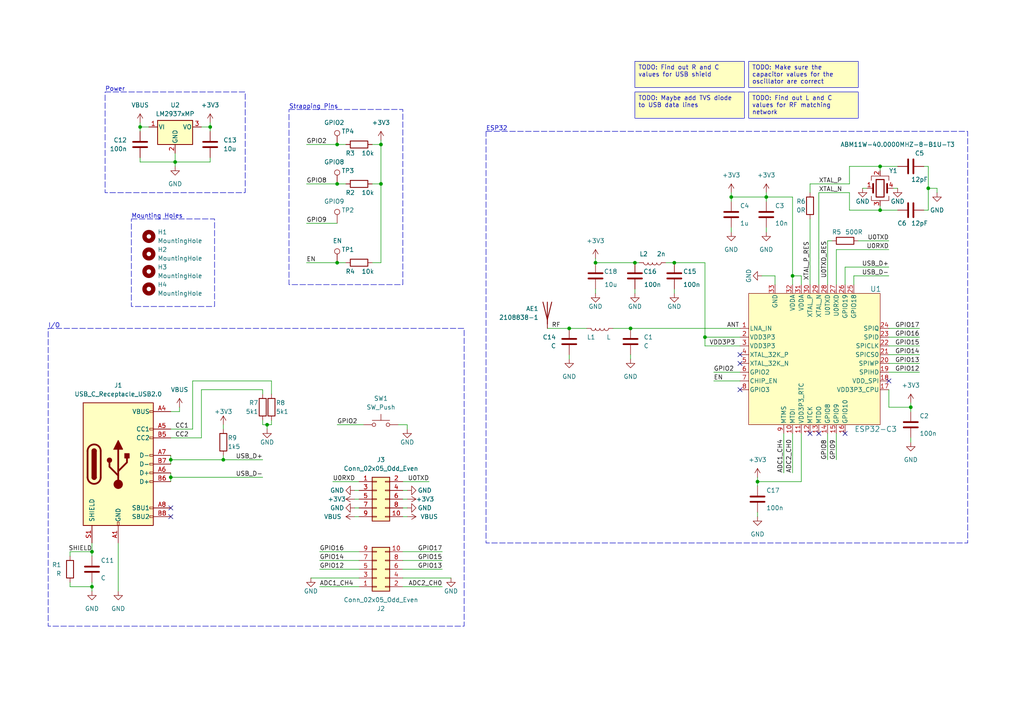
<source format=kicad_sch>
(kicad_sch (version 20230121) (generator eeschema)
  (paper "A4")
  (lib_symbols
    (symbol "Connector:TestPoint" (pin_numbers hide) (pin_names (offset 0.762) hide)
      (property "Reference" "TP" (at 0 6.858 0))
      (property "Value" "TestPoint" (at 0 5.08 0))
      (symbol "TestPoint_0_1"
        (circle (center 0 3.302) (radius 0.762))
      )
      (symbol "TestPoint_1_1"
        (pin passive line (at 0 0 90) (length 2.54) (name "1") (number "1"))
      )
    )
    (symbol "Connector:USB_C_Receptacle_USB2.0" (pin_names (offset 1.016))
      (property "Reference" "J" (at -10.16 19.05 0))
      (property "Value" "USB_C_Receptacle_USB2.0" (at 19.05 19.05 0))
      (symbol "USB_C_Receptacle_USB2.0_0_0"
        (rectangle (start -0.254 -17.78) (end 0.254 -16.764))
        (rectangle (start 10.16 -14.986) (end 9.144 -15.494))
        (rectangle (start 10.16 -12.446) (end 9.144 -12.954))
        (rectangle (start 10.16 -4.826) (end 9.144 -5.334))
        (rectangle (start 10.16 -2.286) (end 9.144 -2.794))
        (rectangle (start 10.16 0.254) (end 9.144 -0.254))
        (rectangle (start 10.16 2.794) (end 9.144 2.286))
        (rectangle (start 10.16 7.874) (end 9.144 7.366))
        (rectangle (start 10.16 10.414) (end 9.144 9.906))
        (rectangle (start 10.16 15.494) (end 9.144 14.986))
      )
      (symbol "USB_C_Receptacle_USB2.0_0_1"
        (rectangle (start -10.16 17.78) (end 10.16 -17.78) (stroke (width 0.254)) (fill (type background)))
        (arc (start -8.89 -3.81) (mid -6.985 -5.7067) (end -5.08 -3.81) (stroke (width 0.508)))
        (arc (start -7.62 -3.81) (mid -6.985 -4.4423) (end -6.35 -3.81) (stroke (width 0.254)))
        (arc (start -7.62 -3.81) (mid -6.985 -4.4423) (end -6.35 -3.81) (stroke (width 0.254)) (fill (type outline)))
        (rectangle (start -7.62 -3.81) (end -6.35 3.81) (stroke (width 0.254)) (fill (type outline)))
        (arc (start -6.35 3.81) (mid -6.985 4.4423) (end -7.62 3.81) (stroke (width 0.254)))
        (arc (start -6.35 3.81) (mid -6.985 4.4423) (end -7.62 3.81) (stroke (width 0.254)) (fill (type outline)))
        (arc (start -5.08 3.81) (mid -6.985 5.7067) (end -8.89 3.81) (stroke (width 0.508)))
        (circle (center -2.54 1.143) (radius 0.635) (stroke (width 0.254)) (fill (type outline)))
        (circle (center 0 -5.842) (radius 1.27) (fill (type outline)))
        (polyline (pts (xy -8.89 -3.81) (xy -8.89 3.81)) (stroke (width 0.508)))
        (polyline (pts (xy -5.08 3.81) (xy -5.08 -3.81)) (stroke (width 0.508)))
        (polyline (pts (xy 0 -5.842) (xy 0 4.318)) (stroke (width 0.508)))
        (polyline (pts (xy 0 -3.302) (xy -2.54 -0.762) (xy -2.54 0.508)) (stroke (width 0.508)))
        (polyline (pts (xy 0 -2.032) (xy 2.54 0.508) (xy 2.54 1.778)) (stroke (width 0.508)))
        (polyline (pts (xy -1.27 4.318) (xy 0 6.858) (xy 1.27 4.318) (xy -1.27 4.318)) (stroke (width 0.254)) (fill (type outline)))
        (rectangle (start 1.905 1.778) (end 3.175 3.048) (stroke (width 0.254)) (fill (type outline)))
      )
      (symbol "USB_C_Receptacle_USB2.0_1_1"
        (pin passive line (at 0 -22.86 90) (length 5.08) (name "GND") (number "A1"))
        (pin passive line (at 0 -22.86 90) (length 5.08) hide (name "GND") (number "A12"))
        (pin passive line (at 15.24 15.24 180) (length 5.08) (name "VBUS") (number "A4"))
        (pin bidirectional line (at 15.24 10.16 180) (length 5.08) (name "CC1") (number "A5"))
        (pin bidirectional line (at 15.24 -2.54 180) (length 5.08) (name "D+") (number "A6"))
        (pin bidirectional line (at 15.24 2.54 180) (length 5.08) (name "D-") (number "A7"))
        (pin bidirectional line (at 15.24 -12.7 180) (length 5.08) (name "SBU1") (number "A8"))
        (pin passive line (at 15.24 15.24 180) (length 5.08) hide (name "VBUS") (number "A9"))
        (pin passive line (at 0 -22.86 90) (length 5.08) hide (name "GND") (number "B1"))
        (pin passive line (at 0 -22.86 90) (length 5.08) hide (name "GND") (number "B12"))
        (pin passive line (at 15.24 15.24 180) (length 5.08) hide (name "VBUS") (number "B4"))
        (pin bidirectional line (at 15.24 7.62 180) (length 5.08) (name "CC2") (number "B5"))
        (pin bidirectional line (at 15.24 -5.08 180) (length 5.08) (name "D+") (number "B6"))
        (pin bidirectional line (at 15.24 0 180) (length 5.08) (name "D-") (number "B7"))
        (pin bidirectional line (at 15.24 -15.24 180) (length 5.08) (name "SBU2") (number "B8"))
        (pin passive line (at 15.24 15.24 180) (length 5.08) hide (name "VBUS") (number "B9"))
        (pin passive line (at -7.62 -22.86 90) (length 5.08) (name "SHIELD") (number "S1"))
      )
    )
    (symbol "Connector_Generic:Conn_02x05_Odd_Even" (pin_names (offset 1.016) hide)
      (property "Reference" "J" (at 1.27 7.62 0))
      (property "Value" "Conn_02x05_Odd_Even" (at 1.27 -7.62 0))
      (symbol "Conn_02x05_Odd_Even_1_1"
        (rectangle (start -1.27 -4.953) (end 0 -5.207) (stroke (width 0.1524)))
        (rectangle (start -1.27 -2.413) (end 0 -2.667) (stroke (width 0.1524)))
        (rectangle (start -1.27 0.127) (end 0 -0.127) (stroke (width 0.1524)))
        (rectangle (start -1.27 2.667) (end 0 2.413) (stroke (width 0.1524)))
        (rectangle (start -1.27 5.207) (end 0 4.953) (stroke (width 0.1524)))
        (rectangle (start -1.27 6.35) (end 3.81 -6.35) (stroke (width 0.254)) (fill (type background)))
        (rectangle (start 3.81 -4.953) (end 2.54 -5.207) (stroke (width 0.1524)))
        (rectangle (start 3.81 -2.413) (end 2.54 -2.667) (stroke (width 0.1524)))
        (rectangle (start 3.81 0.127) (end 2.54 -0.127) (stroke (width 0.1524)))
        (rectangle (start 3.81 2.667) (end 2.54 2.413) (stroke (width 0.1524)))
        (rectangle (start 3.81 5.207) (end 2.54 4.953) (stroke (width 0.1524)))
        (pin passive line (at -5.08 5.08 0) (length 3.81) (name "Pin_1") (number "1"))
        (pin passive line (at 7.62 -5.08 180) (length 3.81) (name "Pin_10") (number "10"))
        (pin passive line (at 7.62 5.08 180) (length 3.81) (name "Pin_2") (number "2"))
        (pin passive line (at -5.08 2.54 0) (length 3.81) (name "Pin_3") (number "3"))
        (pin passive line (at 7.62 2.54 180) (length 3.81) (name "Pin_4") (number "4"))
        (pin passive line (at -5.08 0 0) (length 3.81) (name "Pin_5") (number "5"))
        (pin passive line (at 7.62 0 180) (length 3.81) (name "Pin_6") (number "6"))
        (pin passive line (at -5.08 -2.54 0) (length 3.81) (name "Pin_7") (number "7"))
        (pin passive line (at 7.62 -2.54 180) (length 3.81) (name "Pin_8") (number "8"))
        (pin passive line (at -5.08 -5.08 0) (length 3.81) (name "Pin_9") (number "9"))
      )
    )
    (symbol "Device:Antenna" (pin_numbers hide) (pin_names (offset 1.016) hide)
      (property "Reference" "AE" (at -1.905 1.905 0))
      (property "Value" "Antenna" (at -1.905 0 0))
      (symbol "Antenna_0_1"
        (polyline (pts (xy 0 2.54) (xy 0 -3.81)) (stroke (width 0.254)))
        (polyline (pts (xy 1.27 2.54) (xy 0 -2.54) (xy -1.27 2.54)) (stroke (width 0.254)))
      )
      (symbol "Antenna_1_1"
        (pin input line (at 0 -5.08 90) (length 2.54) (name "A") (number "1"))
      )
    )
    (symbol "Device:C" (pin_numbers hide) (pin_names (offset 0.254))
      (property "Reference" "C" (at 0.635 2.54 0))
      (property "Value" "C" (at 0.635 -2.54 0))
      (symbol "C_0_1"
        (polyline (pts (xy -2.032 -0.762) (xy 2.032 -0.762)) (stroke (width 0.508)))
        (polyline (pts (xy -2.032 0.762) (xy 2.032 0.762)) (stroke (width 0.508)))
      )
      (symbol "C_1_1"
        (pin passive line (at 0 3.81 270) (length 2.794) (name "~") (number "1"))
        (pin passive line (at 0 -3.81 90) (length 2.794) (name "~") (number "2"))
      )
    )
    (symbol "Device:Crystal_GND23" (pin_names (offset 1.016) hide)
      (property "Reference" "Y" (at 3.175 5.08 0))
      (property "Value" "Crystal_GND23" (at 3.175 3.175 0))
      (symbol "Crystal_GND23_0_1"
        (rectangle (start -1.143 2.54) (end 1.143 -2.54) (stroke (width 0.3048)))
        (polyline (pts (xy -2.54 0) (xy -2.032 0)))
        (polyline (pts (xy -2.032 -1.27) (xy -2.032 1.27)) (stroke (width 0.508)))
        (polyline (pts (xy 0 -3.81) (xy 0 -3.556)))
        (polyline (pts (xy 0 3.556) (xy 0 3.81)))
        (polyline (pts (xy 2.032 -1.27) (xy 2.032 1.27)) (stroke (width 0.508)))
        (polyline (pts (xy 2.032 0) (xy 2.54 0)))
        (polyline (pts (xy -2.54 -2.286) (xy -2.54 -3.556) (xy 2.54 -3.556) (xy 2.54 -2.286)))
        (polyline (pts (xy -2.54 2.286) (xy -2.54 3.556) (xy 2.54 3.556) (xy 2.54 2.286)))
      )
      (symbol "Crystal_GND23_1_1"
        (pin passive line (at -3.81 0 0) (length 1.27) (name "1") (number "1"))
        (pin passive line (at 0 5.08 270) (length 1.27) (name "2") (number "2"))
        (pin passive line (at 0 -5.08 90) (length 1.27) (name "3") (number "3"))
        (pin passive line (at 3.81 0 180) (length 1.27) (name "4") (number "4"))
      )
    )
    (symbol "Device:L" (pin_numbers hide) (pin_names (offset 1.016) hide)
      (property "Reference" "L" (at -1.27 0 90))
      (property "Value" "L" (at 1.905 0 90))
      (symbol "L_0_1"
        (arc (start 0 -2.54) (mid 0.6323 -1.905) (end 0 -1.27))
        (arc (start 0 -1.27) (mid 0.6323 -0.635) (end 0 0))
        (arc (start 0 0) (mid 0.6323 0.635) (end 0 1.27))
        (arc (start 0 1.27) (mid 0.6323 1.905) (end 0 2.54))
      )
      (symbol "L_1_1"
        (pin passive line (at 0 3.81 270) (length 1.27) (name "1") (number "1"))
        (pin passive line (at 0 -3.81 90) (length 1.27) (name "2") (number "2"))
      )
    )
    (symbol "Device:R" (pin_numbers hide) (pin_names (offset 0))
      (property "Reference" "R" (at 2.032 0 90))
      (property "Value" "R" (at 0 0 90))
      (symbol "R_0_1"
        (rectangle (start -1.016 -2.54) (end 1.016 2.54) (stroke (width 0.254)))
      )
      (symbol "R_1_1"
        (pin passive line (at 0 3.81 270) (length 1.27) (name "~") (number "1"))
        (pin passive line (at 0 -3.81 90) (length 1.27) (name "~") (number "2"))
      )
    )
    (symbol "Mechanical:MountingHole" (pin_names (offset 1.016))
      (property "Reference" "H" (at 0 5.08 0))
      (property "Value" "MountingHole" (at 0 3.175 0))
      (symbol "MountingHole_0_1"
        (circle (center 0 0) (radius 1.27) (stroke (width 1.27)))
      )
    )
    (symbol "Regulator_Linear:LM2937xMP" (pin_names (offset 0.254))
      (property "Reference" "U" (at -3.81 3.175 0))
      (property "Value" "LM2937xMP" (at 0 3.175 0))
      (symbol "LM2937xMP_0_1"
        (rectangle (start -5.08 -5.08) (end 5.08 1.905) (stroke (width 0.254)) (fill (type background)))
      )
      (symbol "LM2937xMP_1_1"
        (pin power_in line (at -7.62 0 0) (length 2.54) (name "VI") (number "1"))
        (pin power_in line (at 0 -7.62 90) (length 2.54) (name "GND") (number "2"))
        (pin power_out line (at 7.62 0 180) (length 2.54) (name "VO") (number "3"))
      )
    )
    (symbol "Switch:SW_Push" (pin_numbers hide) (pin_names (offset 1.016) hide)
      (property "Reference" "SW" (at 1.27 2.54 0))
      (property "Value" "SW_Push" (at 0 -1.524 0))
      (symbol "SW_Push_0_1"
        (circle (center -2.032 0) (radius 0.508))
        (polyline (pts (xy 0 1.27) (xy 0 3.048)))
        (polyline (pts (xy 2.54 1.27) (xy -2.54 1.27)))
        (circle (center 2.032 0) (radius 0.508))
        (pin passive line (at -5.08 0 0) (length 2.54) (name "1") (number "1"))
        (pin passive line (at 5.08 0 180) (length 2.54) (name "2") (number "2"))
      )
    )
    (symbol "encyclopedia_galactica:ESP32-C3" (pin_names (offset 0.254))
      (property "Reference" "U" (at 0 43.18 0))
      (property "Value" "ESP32-C3" (at 0 40.64 0))
      (symbol "ESP32-C3_0_1"
        (pin bidirectional line (at -21.59 8.89 0) (length 2.54) (name "LNA_IN") (number "1"))
        (pin bidirectional line (at -6.35 -21.59 90) (length 2.54) (name "MTDI") (number "10"))
        (pin power_in line (at -3.81 -21.59 90) (length 2.54) (name "VDD3P3_RTC") (number "11"))
        (pin bidirectional line (at -1.27 -21.59 90) (length 2.54) (name "MTCK") (number "12"))
        (pin bidirectional line (at 1.27 -21.59 90) (length 2.54) (name "MTDO") (number "13"))
        (pin bidirectional line (at 3.81 -21.59 90) (length 2.54) (name "GPIO8") (number "14"))
        (pin bidirectional line (at 6.35 -21.59 90) (length 2.54) (name "GPIO9") (number "15"))
        (pin bidirectional line (at 8.89 -21.59 90) (length 2.54) (name "GPIO10") (number "16"))
        (pin power_in line (at 21.59 -8.89 180) (length 2.54) (name "VDD3P3_CPU") (number "17"))
        (pin power_in line (at 21.59 -6.35 180) (length 2.54) (name "VDD_SPI") (number "18"))
        (pin bidirectional line (at 21.59 -3.81 180) (length 2.54) (name "SPIHD") (number "19"))
        (pin power_in line (at -21.59 6.35 0) (length 2.54) (name "VDD3P3") (number "2"))
        (pin bidirectional line (at 21.59 -1.27 180) (length 2.54) (name "SPIWP") (number "20"))
        (pin bidirectional line (at 21.59 1.27 180) (length 2.54) (name "SPICS0") (number "21"))
        (pin bidirectional line (at 21.59 3.81 180) (length 2.54) (name "SPICLK") (number "22"))
        (pin bidirectional line (at 21.59 6.35 180) (length 2.54) (name "SPID") (number "23"))
        (pin bidirectional line (at 21.59 8.89 180) (length 2.54) (name "SPIQ") (number "24"))
        (pin bidirectional line (at 11.43 21.59 270) (length 2.54) (name "GPIO18") (number "25"))
        (pin bidirectional line (at 8.89 21.59 270) (length 2.54) (name "GPIO19") (number "26"))
        (pin bidirectional line (at 6.35 21.59 270) (length 2.54) (name "U0RXD") (number "27"))
        (pin bidirectional line (at 3.81 21.59 270) (length 2.54) (name "U0TXD") (number "28"))
        (pin output line (at 1.27 21.59 270) (length 2.54) (name "XTAL_N") (number "29"))
        (pin power_in line (at -21.59 3.81 0) (length 2.54) (name "VDD3P3") (number "3"))
        (pin input line (at -1.27 21.59 270) (length 2.54) (name "XTAL_P") (number "30"))
        (pin power_in line (at -3.81 21.59 270) (length 2.54) (name "VDDA") (number "31"))
        (pin power_in line (at -6.35 21.59 270) (length 2.54) (name "VDDA") (number "32"))
        (pin power_out line (at -11.43 21.59 270) (length 2.54) (name "GND") (number "33"))
        (pin bidirectional line (at -21.59 1.27 0) (length 2.54) (name "XTAL_32K_P") (number "4"))
        (pin bidirectional line (at -21.59 -1.27 0) (length 2.54) (name "XTAL_32K_N") (number "5"))
        (pin bidirectional line (at -21.59 -3.81 0) (length 2.54) (name "GPIO2") (number "6"))
        (pin input line (at -21.59 -6.35 0) (length 2.54) (name "CHIP_EN") (number "7"))
        (pin bidirectional line (at -21.59 -8.89 0) (length 2.54) (name "GPIO3") (number "8"))
        (pin bidirectional line (at -8.89 -21.59 90) (length 2.54) (name "MTMS") (number "9"))
      )
      (symbol "ESP32-C3_1_1"
        (rectangle (start -19.05 19.05) (end 19.05 -19.05) (fill (type background)))
      )
    )
    (symbol "power:+3V3" (power) (pin_names (offset 0))
      (property "Value" "+3V3" (at 0 3.556 0))
      (symbol "+3V3_0_1"
        (polyline (pts (xy -0.762 1.27) (xy 0 2.54)))
        (polyline (pts (xy 0 0) (xy 0 2.54)))
        (polyline (pts (xy 0 2.54) (xy 0.762 1.27)))
      )
      (symbol "+3V3_1_1"
        (pin power_in line (at 0 0 90) (length 0) hide (name "+3V3") (number "1"))
      )
    )
    (symbol "power:GND" (power) (pin_names (offset 0))
      (property "Value" "GND" (at 0 -3.81 0))
      (symbol "GND_0_1"
        (polyline (pts (xy 0 0) (xy 0 -1.27) (xy 1.27 -1.27) (xy 0 -2.54) (xy -1.27 -1.27) (xy 0 -1.27)))
      )
      (symbol "GND_1_1"
        (pin power_in line (at 0 0 270) (length 0) hide (name "GND") (number "1"))
      )
    )
    (symbol "power:VBUS" (power) (pin_names (offset 0))
      (property "Value" "VBUS" (at 0 3.81 0))
      (symbol "VBUS_0_1"
        (polyline (pts (xy -0.762 1.27) (xy 0 2.54)))
        (polyline (pts (xy 0 0) (xy 0 2.54)))
        (polyline (pts (xy 0 2.54) (xy 0.762 1.27)))
      )
      (symbol "VBUS_1_1"
        (pin power_in line (at 0 0 90) (length 0) hide (name "VBUS") (number "1"))
      )
    )
  )
  (junction (at 50.8 46.99))
  (junction (at 182.88 95.25))
  (junction (at 229.87 80.01))
  (junction (at 172.72 76.2))
  (junction (at 97.79 53.34))
  (junction (at 110.49 41.91))
  (junction (at 212.09 57.15))
  (junction (at 184.15 76.2))
  (junction (at 26.67 160.02))
  (junction (at 219.71 139.7))
  (junction (at 222.25 57.15))
  (junction (at 77.47 123.19))
  (junction (at 97.79 41.91))
  (junction (at 64.77 133.35))
  (junction (at 49.53 138.43))
  (junction (at 97.79 76.2))
  (junction (at 195.58 76.2))
  (junction (at 264.16 118.11))
  (junction (at 269.24 54.61))
  (junction (at 110.49 53.34))
  (junction (at 40.64 36.83))
  (junction (at 255.27 48.26))
  (junction (at 26.67 170.18))
  (junction (at 204.47 97.79))
  (junction (at 49.53 133.35))
  (junction (at 165.1 95.25))
  (junction (at 255.27 60.96))
  (junction (at 60.96 36.83))
  (no_connect (at 245.11 125.73))
  (no_connect (at 214.63 113.03))
  (no_connect (at 214.63 102.87))
  (no_connect (at 49.53 147.32))
  (no_connect (at 234.95 125.73))
  (no_connect (at 257.81 110.49))
  (no_connect (at 49.53 149.86))
  (no_connect (at 237.49 125.73))
  (no_connect (at 214.63 105.41))
  (wire (pts (xy 49.53 133.35) (xy 64.77 133.35)))
  (wire (pts (xy 49.53 137.16) (xy 49.53 138.43)))
  (wire (pts (xy 257.81 95.25) (xy 266.7 95.25)))
  (wire (pts (xy 240.03 69.85) (xy 240.03 82.55)))
  (wire (pts (xy 97.79 41.91) (xy 88.9 41.91)))
  (wire (pts (xy 207.01 107.95) (xy 214.63 107.95)))
  (wire (pts (xy 49.53 138.43) (xy 76.2 138.43)))
  (wire (pts (xy 271.78 54.61) (xy 269.24 54.61)))
  (wire (pts (xy 20.32 161.29) (xy 20.32 160.02)))
  (wire (pts (xy 124.46 139.7) (xy 116.84 139.7)))
  (wire (pts (xy 222.25 66.04) (xy 222.25 67.31)))
  (wire (pts (xy 257.81 100.33) (xy 266.7 100.33)))
  (wire (pts (xy 172.72 76.2) (xy 184.15 76.2)))
  (wire (pts (xy 115.57 123.19) (xy 118.11 123.19)))
  (wire (pts (xy 26.67 157.48) (xy 26.67 160.02)))
  (wire (pts (xy 234.95 53.34) (xy 246.38 53.34)))
  (wire (pts (xy 257.81 97.79) (xy 266.7 97.79)))
  (wire (pts (xy 100.33 41.91) (xy 97.79 41.91)))
  (wire (pts (xy 49.53 132.08) (xy 49.53 133.35)))
  (wire (pts (xy 257.81 72.39) (xy 242.57 72.39)))
  (wire (pts (xy 229.87 57.15) (xy 229.87 80.01)))
  (wire (pts (xy 255.27 48.26) (xy 255.27 49.53)))
  (wire (pts (xy 257.81 118.11) (xy 257.81 113.03)))
  (wire (pts (xy 246.38 60.96) (xy 246.38 55.88)))
  (wire (pts (xy 245.11 77.47) (xy 245.11 82.55)))
  (wire (pts (xy 116.84 162.56) (xy 128.27 162.56)))
  (wire (pts (xy 34.29 157.48) (xy 34.29 171.45)))
  (wire (pts (xy 52.07 119.38) (xy 52.07 118.11)))
  (wire (pts (xy 49.53 138.43) (xy 49.53 139.7)))
  (wire (pts (xy 49.53 124.46) (xy 55.88 124.46)))
  (wire (pts (xy 251.46 54.61) (xy 250.19 54.61)))
  (wire (pts (xy 184.15 83.82) (xy 184.15 85.09)))
  (wire (pts (xy 237.49 55.88) (xy 237.49 82.55)))
  (wire (pts (xy 96.52 139.7) (xy 104.14 139.7)))
  (wire (pts (xy 78.74 121.92) (xy 78.74 123.19)))
  (wire (pts (xy 102.87 144.78) (xy 104.14 144.78)))
  (wire (pts (xy 64.77 132.08) (xy 64.77 133.35)))
  (wire (pts (xy 182.88 95.25) (xy 214.63 95.25)))
  (wire (pts (xy 76.2 113.03) (xy 76.2 114.3)))
  (wire (pts (xy 219.71 139.7) (xy 219.71 138.43)))
  (wire (pts (xy 116.84 165.1) (xy 128.27 165.1)))
  (wire (pts (xy 26.67 170.18) (xy 26.67 168.91)))
  (wire (pts (xy 264.16 116.84) (xy 264.16 118.11)))
  (wire (pts (xy 116.84 170.18) (xy 128.27 170.18)))
  (wire (pts (xy 172.72 83.82) (xy 172.72 85.09)))
  (wire (pts (xy 247.65 80.01) (xy 257.81 80.01)))
  (wire (pts (xy 60.96 45.72) (xy 60.96 46.99)))
  (wire (pts (xy 50.8 46.99) (xy 50.8 44.45)))
  (wire (pts (xy 64.77 133.35) (xy 76.2 133.35)))
  (wire (pts (xy 97.79 53.34) (xy 88.9 53.34)))
  (wire (pts (xy 229.87 125.73) (xy 229.87 137.16)))
  (wire (pts (xy 257.81 118.11) (xy 264.16 118.11)))
  (wire (pts (xy 212.09 55.88) (xy 212.09 57.15)))
  (wire (pts (xy 97.79 64.77) (xy 88.9 64.77)))
  (wire (pts (xy 229.87 80.01) (xy 232.41 80.01)))
  (wire (pts (xy 246.38 48.26) (xy 246.38 53.34)))
  (wire (pts (xy 237.49 55.88) (xy 246.38 55.88)))
  (wire (pts (xy 195.58 83.82) (xy 195.58 85.09)))
  (wire (pts (xy 102.87 149.86) (xy 104.14 149.86)))
  (wire (pts (xy 165.1 95.25) (xy 170.18 95.25)))
  (wire (pts (xy 260.35 60.96) (xy 255.27 60.96)))
  (wire (pts (xy 118.11 123.19) (xy 118.11 124.46)))
  (wire (pts (xy 110.49 76.2) (xy 107.95 76.2)))
  (wire (pts (xy 267.97 60.96) (xy 269.24 60.96)))
  (wire (pts (xy 207.01 110.49) (xy 214.63 110.49)))
  (wire (pts (xy 92.71 160.02) (xy 104.14 160.02)))
  (wire (pts (xy 116.84 149.86) (xy 118.11 149.86)))
  (wire (pts (xy 90.17 167.64) (xy 104.14 167.64)))
  (wire (pts (xy 234.95 63.5) (xy 234.95 82.55)))
  (wire (pts (xy 264.16 127) (xy 264.16 128.27)))
  (wire (pts (xy 97.79 123.19) (xy 105.41 123.19)))
  (wire (pts (xy 204.47 76.2) (xy 195.58 76.2)))
  (wire (pts (xy 97.79 76.2) (xy 88.9 76.2)))
  (wire (pts (xy 247.65 80.01) (xy 247.65 82.55)))
  (wire (pts (xy 26.67 170.18) (xy 26.67 171.45)))
  (wire (pts (xy 269.24 48.26) (xy 267.97 48.26)))
  (wire (pts (xy 78.74 110.49) (xy 78.74 114.3)))
  (wire (pts (xy 64.77 123.19) (xy 64.77 124.46)))
  (wire (pts (xy 234.95 53.34) (xy 234.95 55.88)))
  (wire (pts (xy 102.87 147.32) (xy 104.14 147.32)))
  (wire (pts (xy 49.53 133.35) (xy 49.53 134.62)))
  (wire (pts (xy 77.47 123.19) (xy 77.47 124.46)))
  (wire (pts (xy 255.27 60.96) (xy 255.27 59.69)))
  (wire (pts (xy 227.33 125.73) (xy 227.33 137.16)))
  (wire (pts (xy 110.49 53.34) (xy 107.95 53.34)))
  (wire (pts (xy 212.09 57.15) (xy 222.25 57.15)))
  (wire (pts (xy 130.81 167.64) (xy 116.84 167.64)))
  (wire (pts (xy 193.04 76.2) (xy 195.58 76.2)))
  (wire (pts (xy 60.96 36.83) (xy 60.96 38.1)))
  (wire (pts (xy 242.57 125.73) (xy 242.57 133.35)))
  (wire (pts (xy 55.88 124.46) (xy 55.88 110.49)))
  (wire (pts (xy 219.71 139.7) (xy 232.41 139.7)))
  (wire (pts (xy 116.84 142.24) (xy 118.11 142.24)))
  (wire (pts (xy 40.64 46.99) (xy 50.8 46.99)))
  (wire (pts (xy 257.81 105.41) (xy 266.7 105.41)))
  (wire (pts (xy 219.71 148.59) (xy 219.71 149.86)))
  (wire (pts (xy 55.88 110.49) (xy 78.74 110.49)))
  (wire (pts (xy 177.8 95.25) (xy 182.88 95.25)))
  (wire (pts (xy 60.96 35.56) (xy 60.96 36.83)))
  (wire (pts (xy 182.88 102.87) (xy 182.88 104.14)))
  (wire (pts (xy 116.84 144.78) (xy 118.11 144.78)))
  (wire (pts (xy 97.79 53.34) (xy 100.33 53.34)))
  (wire (pts (xy 20.32 170.18) (xy 26.67 170.18)))
  (wire (pts (xy 248.92 69.85) (xy 257.81 69.85)))
  (wire (pts (xy 264.16 118.11) (xy 264.16 119.38)))
  (wire (pts (xy 240.03 125.73) (xy 240.03 133.35)))
  (wire (pts (xy 92.71 162.56) (xy 104.14 162.56)))
  (wire (pts (xy 58.42 36.83) (xy 60.96 36.83)))
  (wire (pts (xy 20.32 168.91) (xy 20.32 170.18)))
  (wire (pts (xy 116.84 160.02) (xy 128.27 160.02)))
  (wire (pts (xy 222.25 57.15) (xy 229.87 57.15)))
  (wire (pts (xy 102.87 142.24) (xy 104.14 142.24)))
  (wire (pts (xy 269.24 60.96) (xy 269.24 54.61)))
  (wire (pts (xy 20.32 160.02) (xy 26.67 160.02)))
  (wire (pts (xy 204.47 100.33) (xy 204.47 97.79)))
  (wire (pts (xy 110.49 41.91) (xy 110.49 53.34)))
  (wire (pts (xy 49.53 127) (xy 58.42 127)))
  (wire (pts (xy 184.15 76.2) (xy 185.42 76.2)))
  (wire (pts (xy 76.2 121.92) (xy 76.2 123.19)))
  (wire (pts (xy 40.64 35.56) (xy 40.64 36.83)))
  (wire (pts (xy 257.81 77.47) (xy 245.11 77.47)))
  (wire (pts (xy 165.1 102.87) (xy 165.1 104.14)))
  (wire (pts (xy 257.81 102.87) (xy 266.7 102.87)))
  (wire (pts (xy 269.24 54.61) (xy 269.24 48.26)))
  (wire (pts (xy 26.67 160.02) (xy 26.67 161.29)))
  (wire (pts (xy 49.53 119.38) (xy 52.07 119.38)))
  (wire (pts (xy 222.25 55.88) (xy 222.25 57.15)))
  (wire (pts (xy 110.49 40.64) (xy 110.49 41.91)))
  (wire (pts (xy 232.41 80.01) (xy 232.41 82.55)))
  (wire (pts (xy 50.8 46.99) (xy 50.8 48.26)))
  (wire (pts (xy 246.38 60.96) (xy 255.27 60.96)))
  (wire (pts (xy 212.09 66.04) (xy 212.09 67.31)))
  (wire (pts (xy 110.49 41.91) (xy 107.95 41.91)))
  (wire (pts (xy 229.87 80.01) (xy 229.87 82.55)))
  (wire (pts (xy 219.71 140.97) (xy 219.71 139.7)))
  (wire (pts (xy 77.47 123.19) (xy 78.74 123.19)))
  (wire (pts (xy 222.25 57.15) (xy 222.25 58.42)))
  (wire (pts (xy 255.27 48.26) (xy 246.38 48.26)))
  (wire (pts (xy 271.78 55.88) (xy 271.78 54.61)))
  (wire (pts (xy 92.71 165.1) (xy 104.14 165.1)))
  (wire (pts (xy 260.35 48.26) (xy 255.27 48.26)))
  (wire (pts (xy 257.81 107.95) (xy 266.7 107.95)))
  (wire (pts (xy 100.33 76.2) (xy 97.79 76.2)))
  (wire (pts (xy 110.49 53.34) (xy 110.49 76.2)))
  (wire (pts (xy 76.2 123.19) (xy 77.47 123.19)))
  (wire (pts (xy 204.47 97.79) (xy 204.47 76.2)))
  (wire (pts (xy 116.84 147.32) (xy 118.11 147.32)))
  (wire (pts (xy 158.75 95.25) (xy 165.1 95.25)))
  (wire (pts (xy 50.8 46.99) (xy 60.96 46.99)))
  (wire (pts (xy 40.64 36.83) (xy 40.64 38.1)))
  (wire (pts (xy 58.42 127) (xy 58.42 113.03)))
  (wire (pts (xy 242.57 72.39) (xy 242.57 82.55)))
  (wire (pts (xy 92.71 170.18) (xy 104.14 170.18)))
  (wire (pts (xy 260.35 54.61) (xy 259.08 54.61)))
  (wire (pts (xy 40.64 45.72) (xy 40.64 46.99)))
  (wire (pts (xy 58.42 113.03) (xy 76.2 113.03)))
  (wire (pts (xy 204.47 97.79) (xy 214.63 97.79)))
  (wire (pts (xy 240.03 69.85) (xy 241.3 69.85)))
  (wire (pts (xy 214.63 100.33) (xy 204.47 100.33)))
  (wire (pts (xy 224.79 80.01) (xy 224.79 82.55)))
  (wire (pts (xy 172.72 74.93) (xy 172.72 76.2)))
  (wire (pts (xy 212.09 57.15) (xy 212.09 58.42)))
  (wire (pts (xy 232.41 125.73) (xy 232.41 139.7)))
  (wire (pts (xy 220.98 80.01) (xy 224.79 80.01)))
  (wire (pts (xy 40.64 36.83) (xy 43.18 36.83)))
  (rectangle (start 30.48 26.67) (end 71.12 55.88) (stroke (width 0) (type dash)))
  (rectangle (start 38.1 63.5) (end 62.23 88.9) (stroke (width 0) (type dash)))
  (rectangle (start 83.82 31.75) (end 116.84 82.55) (stroke (width 0) (type dash)))
  (rectangle (start 13.97 95.25) (end 134.62 181.61) (stroke (width 0) (type dash)))
  (rectangle (start 140.97 38.1) (end 280.67 157.48) (stroke (width 0) (type dash)))
  (text_box "TODO: Find out L and C values for RF matching network" (at 217.17 26.67 0) (size 31.75 7.62) (fill (type color) (color 255 255 194 1)) (effects (font (size 1.27 1.27)) (justify left top)))
  (text_box "TODO: Maybe add TVS diode to USB data lines" (at 184.15 26.67 0) (size 31.75 7.62) (fill (type color) (color 255 255 194 1)) (effects (font (size 1.27 1.27)) (justify left top)))
  (text_box "TODO: Find out R and C values for USB shield" (at 184.15 17.78 0) (size 31.75 7.62) (fill (type color) (color 255 255 194 1)) (effects (font (size 1.27 1.27)) (justify left top)))
  (text_box "TODO: Make sure the capacitor values for the oscillator are correct" (at 217.17 17.78 0) (size 31.75 7.62) (fill (type color) (color 255 255 194 1)) (effects (font (size 1.27 1.27)) (justify left top)))
  (text "ESP32" (at 140.97 38.1 0) (effects (font (size 1.27 1.27)) (justify left bottom)))
  (text "I/O" (at 13.97 95.25 0) (effects (font (size 1.27 1.27)) (justify left bottom)))
  (text "Mounting Holes" (at 38.1 63.5 0) (effects (font (size 1.27 1.27)) (justify left bottom)))
  (text "Power" (at 30.48 26.67 0) (effects (font (size 1.27 1.27)) (justify left bottom)))
  (text "Strapping Pins" (at 83.82 31.75 0) (effects (font (size 1.27 1.27)) (justify left bottom)))
  (label "ADC1_CH4" (at 227.33 137.16 90))
  (label "U0RXD" (at 96.52 139.7 0))
  (label "GPIO2" (at 97.79 123.19 0))
  (label "USB_D-" (at 76.2 138.43 180))
  (label "GPIO12" (at 92.71 165.1 0))
  (label "EN" (at 207.01 110.49 0))
  (label "GPIO16" (at 92.71 160.02 0))
  (label "GPIO13" (at 128.27 165.1 180))
  (label "USB_D+" (at 76.2 133.35 180))
  (label "SHIELD" (at 26.67 160.02 180))
  (label "ADC1_CH4" (at 92.71 170.18 0))
  (label "USB_D+" (at 257.81 77.47 180))
  (label "GPIO2" (at 88.9 41.91 0))
  (label "GPIO14" (at 266.7 102.87 180))
  (label "GPIO9" (at 242.57 133.35 90))
  (label "GPIO17" (at 266.7 95.25 180))
  (label "GPIO14" (at 92.71 162.56 0))
  (label "U0TXD" (at 124.46 139.7 180))
  (label "ADC2_CH0" (at 229.87 137.16 90))
  (label "U0RXD" (at 257.81 72.39 180))
  (label "VDD3P3" (at 205.74 100.33 0))
  (label "ANT" (at 210.82 95.25 0))
  (label "CC1" (at 50.8 124.46 0))
  (label "USB_D-" (at 257.81 80.01 180))
  (label "GPIO12" (at 266.7 107.95 180))
  (label "XTAL_P" (at 237.49 53.34 0))
  (label "U0TXD" (at 257.81 69.85 180))
  (label "GPIO9" (at 88.9 64.77 0))
  (label "XTAL_P_RES" (at 234.95 81.28 90))
  (label "GPIO15" (at 128.27 162.56 180))
  (label "XTAL_N" (at 237.49 55.88 0))
  (label "GPIO16" (at 266.7 97.79 180))
  (label "RF" (at 160.02 95.25 0))
  (label "U0TXD_RES" (at 240.03 69.85 270))
  (label "EN" (at 88.9 76.2 0))
  (label "GPIO8" (at 88.9 53.34 0))
  (label "GPIO13" (at 266.7 105.41 180))
  (label "GPIO17" (at 128.27 160.02 180))
  (label "GPIO2" (at 207.01 107.95 0))
  (label "ADC2_CH0" (at 128.27 170.18 180))
  (label "CC2" (at 50.8 127 0))
  (label "GPIO15" (at 266.7 100.33 180))
  (label "GPIO8" (at 240.03 133.35 90))
  (symbol (lib_id "power:GND") (at 250.19 54.61 0) (mirror y) (unit 1)
    (property "Reference" "#PWR03" (effects hide))
    (property "Value" "GND" (at 250.19 58.42 0))
  )
  (symbol (lib_id "Connector:USB_C_Receptacle_USB2.0") (at 34.29 134.62 0) (unit 1)
    (property "Reference" "J1" (at 34.29 111.76 0))
    (property "Value" "USB_C_Receptacle_USB2.0" (at 34.29 114.3 0))
    (property "Footprint" "Connector_USB:USB_C_Receptacle_GCT_USB4105-xx-A_16P_TopMnt_Horizontal" (effects hide))
    (property "Datasheet" "https://www.usb.org/sites/default/files/documents/usb_type-c.zip" (effects hide))
  )
  (symbol (lib_id "Device:R") (at 234.95 59.69 0) (mirror y) (unit 1)
    (property "Reference" "R6" (at 233.68 58.42 0) (effects (justify left)))
    (property "Value" "0R" (at 233.68 60.96 0) (effects (justify left)))
    (property "Footprint" "Resistor_SMD:R_0402_1005Metric" (effects hide))
  )
  (symbol (lib_id "power:+3V3") (at 64.77 123.19 0) (unit 1)
    (property "Reference" "#PWR038" (effects hide))
    (property "Value" "+3V3" (at 64.77 119.38 0))
  )
  (symbol (lib_id "Device:R") (at 104.14 76.2 270) (mirror x) (unit 1)
    (property "Reference" "R4" (at 101.6 78.74 90))
    (property "Value" "10k" (at 106.68 78.74 90))
    (property "Footprint" "Resistor_SMD:R_0402_1005Metric" (effects hide))
  )
  (symbol (lib_id "power:GND") (at 212.09 67.31 0) (unit 1)
    (property "Reference" "#PWR023" (effects hide))
    (property "Value" "GND" (at 212.09 72.39 0))
  )
  (symbol (lib_id "power:VBUS") (at 102.87 149.86 90) (unit 1)
    (property "Reference" "#PWR032" (effects hide))
    (property "Value" "VBUS" (at 99.06 149.86 90) (effects (justify left)))
  )
  (symbol (lib_id "Device:R") (at 20.32 165.1 0) (unit 1)
    (property "Reference" "R1" (at 17.78 163.83 0) (effects (justify right)))
    (property "Value" "R" (at 17.78 166.37 0) (effects (justify right)))
    (property "Footprint" "Resistor_SMD:R_0402_1005Metric" (effects hide))
  )
  (symbol (lib_id "power:GND") (at 102.87 147.32 270) (unit 1)
    (property "Reference" "#PWR030" (effects hide))
    (property "Value" "GND" (at 97.79 147.32 90))
  )
  (symbol (lib_id "Mechanical:MountingHole") (at 43.18 78.74 0) (unit 1)
    (property "Reference" "H3" (at 45.72 77.47 0) (effects (justify left)))
    (property "Value" "MountingHole" (at 45.72 80.01 0) (effects (justify left)))
    (property "Footprint" "MountingHole:MountingHole_2.2mm_M2" (effects hide))
  )
  (symbol (lib_id "power:GND") (at 184.15 85.09 0) (mirror y) (unit 1)
    (property "Reference" "#PWR018" (effects hide))
    (property "Value" "GND" (at 184.15 88.9 0))
  )
  (symbol (lib_id "Mechanical:MountingHole") (at 43.18 68.58 0) (unit 1)
    (property "Reference" "H1" (at 45.72 67.31 0) (effects (justify left)))
    (property "Value" "MountingHole" (at 45.72 69.85 0) (effects (justify left)))
    (property "Footprint" "MountingHole:MountingHole_2.2mm_M2" (effects hide))
  )
  (symbol (lib_id "Device:C") (at 172.72 80.01 0) (unit 1)
    (property "Reference" "C18" (at 179.07 78.74 0) (effects (justify right)))
    (property "Value" "10u" (at 179.07 82.55 0) (effects (justify right)))
    (property "Footprint" "Capacitor_SMD:C_0603_1608Metric" (effects hide))
  )
  (symbol (lib_id "Device:R") (at 76.2 118.11 0) (unit 1)
    (property "Reference" "R7" (at 74.93 116.84 0) (effects (justify right)))
    (property "Value" "5k1" (at 74.93 119.38 0) (effects (justify right)))
    (property "Footprint" "Resistor_SMD:R_0402_1005Metric" (effects hide))
  )
  (symbol (lib_id "power:+3V3") (at 222.25 55.88 0) (mirror y) (unit 1)
    (property "Reference" "#PWR04" (effects hide))
    (property "Value" "+3V3" (at 222.25 50.8 0))
  )
  (symbol (lib_id "power:GND") (at 50.8 48.26 0) (unit 1)
    (property "Reference" "#PWR016" (effects hide))
    (property "Value" "GND" (at 50.8 53.34 0))
  )
  (symbol (lib_id "power:+3V3") (at 212.09 55.88 0) (mirror y) (unit 1)
    (property "Reference" "#PWR022" (effects hide))
    (property "Value" "+3V3" (at 212.09 50.8 0))
  )
  (symbol (lib_id "Connector_Generic:Conn_02x05_Odd_Even") (at 109.22 144.78 0) (unit 1)
    (property "Reference" "J3" (at 110.49 133.35 0))
    (property "Value" "Conn_02x05_Odd_Even" (at 110.49 135.89 0))
    (property "Footprint" "Connector_PinHeader_2.54mm:PinHeader_2x05_P2.54mm_Vertical" (effects hide))
  )
  (symbol (lib_id "Device:C") (at 165.1 99.06 0) (unit 1)
    (property "Reference" "C14" (at 161.29 97.79 0) (effects (justify right)))
    (property "Value" "C" (at 161.29 100.33 0) (effects (justify right)))
    (property "Footprint" "Capacitor_SMD:C_0402_1005Metric" (effects hide))
  )
  (symbol (lib_id "power:GND") (at 271.78 55.88 0) (mirror y) (unit 1)
    (property "Reference" "#PWR025" (effects hide))
    (property "Value" "GND" (at 271.78 60.96 0))
  )
  (symbol (lib_id "power:VBUS") (at 40.64 35.56 0) (unit 1)
    (property "Reference" "#PWR014" (effects hide))
    (property "Value" "VBUS" (at 40.64 30.48 0))
  )
  (symbol (lib_id "Connector:TestPoint") (at 97.79 76.2 0) (unit 1)
    (property "Reference" "TP1" (at 99.06 72.39 0) (effects (justify left)))
    (property "Value" "EN" (at 96.52 69.85 0) (effects (justify left)))
    (property "Footprint" "TestPoint:TestPoint_Pad_D1.5mm" (effects hide))
  )
  (symbol (lib_id "Connector_Generic:Conn_02x05_Odd_Even") (at 109.22 165.1 0) (mirror x) (unit 1)
    (property "Reference" "J2" (at 110.49 176.53 0))
    (property "Value" "Conn_02x05_Odd_Even" (at 110.49 173.99 0))
    (property "Footprint" "Connector_PinHeader_2.54mm:PinHeader_2x05_P2.54mm_Vertical" (effects hide))
  )
  (symbol (lib_id "power:GND") (at 222.25 67.31 0) (unit 1)
    (property "Reference" "#PWR021" (effects hide))
    (property "Value" "GND" (at 222.25 72.39 0))
  )
  (symbol (lib_id "power:GND") (at 165.1 104.14 0) (mirror y) (unit 1)
    (property "Reference" "#PWR017" (effects hide))
    (property "Value" "GND" (at 165.1 109.22 0))
  )
  (symbol (lib_id "Device:C") (at 222.25 62.23 0) (mirror y) (unit 1)
    (property "Reference" "C3" (at 224.79 59.69 0) (effects (justify right)))
    (property "Value" "10n" (at 224.79 64.77 0) (effects (justify right)))
    (property "Footprint" "Capacitor_SMD:C_0402_1005Metric" (effects hide))
  )
  (symbol (lib_id "Device:C") (at 26.67 165.1 0) (unit 1)
    (property "Reference" "C11" (at 29.21 162.56 0) (effects (justify left)))
    (property "Value" "C" (at 29.21 167.64 0) (effects (justify left)))
    (property "Footprint" "Capacitor_SMD:C_0402_1005Metric" (effects hide))
  )
  (symbol (lib_id "power:+3V3") (at 60.96 35.56 0) (unit 1)
    (property "Reference" "#PWR015" (effects hide))
    (property "Value" "+3V3" (at 60.96 30.48 0))
  )
  (symbol (lib_id "power:GND") (at 195.58 85.09 0) (unit 1)
    (property "Reference" "#PWR019" (effects hide))
    (property "Value" "GND" (at 195.58 88.9 0))
  )
  (symbol (lib_id "Regulator_Linear:LM2937xMP") (at 50.8 36.83 0) (unit 1)
    (property "Reference" "U2" (at 50.8 30.48 0))
    (property "Value" "LM2937xMP" (at 50.8 33.02 0))
    (property "Footprint" "Package_TO_SOT_SMD:SOT-223-3_TabPin2" (effects hide))
    (property "Datasheet" "http://www.ti.com/lit/ds/symlink/lm2937.pdf" (effects hide))
  )
  (symbol (lib_id "Device:R") (at 64.77 128.27 0) (mirror y) (unit 1)
    (property "Reference" "R9" (at 66.04 127 0) (effects (justify right)))
    (property "Value" "1k5" (at 66.04 129.54 0) (effects (justify right)))
    (property "Footprint" "Resistor_SMD:R_0402_1005Metric" (effects hide))
  )
  (symbol (lib_id "power:+3V3") (at 219.71 138.43 0) (mirror y) (unit 1)
    (property "Reference" "#PWR06" (effects hide))
    (property "Value" "+3V3" (at 219.71 133.35 0))
  )
  (symbol (lib_id "encyclopedia_galactica:ESP32-C3") (at 236.22 104.14 0) (unit 1)
    (property "Reference" "U1" (at 254 83.82 0) (effects (font (size 1.524 1.524))))
    (property "Value" "ESP32-C3" (at 254 124.46 0) (effects (font (size 1.524 1.524))))
    (property "Footprint" "encyclopedia_galactica:QFN32_5X5_EXP" (effects hide))
    (property "Datasheet" "https://www.espressif.com/sites/default/files/documentation/esp32-c3_datasheet_en.pdf" (effects hide))
    (property "HW_Guidelines" "https://www.espressif.com/sites/default/files/documentation/esp32-c3_hardware_design_guidelines_en.pdf" (effects hide))
  )
  (symbol (lib_id "Device:Crystal_GND23") (at 255.27 54.61 0) (unit 1)
    (property "Reference" "Y1" (at 259.08 49.53 0))
    (property "Value" "ABM11W-40.0000MHZ-8-B1U-T3" (at 260.35 41.91 0))
    (property "Footprint" "encyclopedia_galactica:ABM11W-30.0000MHZ-7-D1X-T3" (effects hide))
  )
  (symbol (lib_id "power:GND") (at 118.11 124.46 0) (unit 1)
    (property "Reference" "#PWR036" (effects hide))
    (property "Value" "GND" (at 118.11 128.27 0))
  )
  (symbol (lib_id "Device:C") (at 264.16 60.96 90) (mirror x) (unit 1)
    (property "Reference" "C6" (at 261.62 64.77 90))
    (property "Value" "12pF" (at 266.7 64.77 90))
    (property "Footprint" "Capacitor_SMD:C_0402_1005Metric" (effects hide))
  )
  (symbol (lib_id "Device:C") (at 60.96 41.91 0) (mirror y) (unit 1)
    (property "Reference" "C13" (at 64.77 40.64 0) (effects (justify right)))
    (property "Value" "10u" (at 64.77 43.18 0) (effects (justify right)))
    (property "Footprint" "Capacitor_SMD:C_0603_1608Metric" (effects hide))
  )
  (symbol (lib_id "Switch:SW_Push") (at 110.49 123.19 0) (mirror y) (unit 1)
    (property "Reference" "SW1" (at 110.49 115.57 0))
    (property "Value" "SW_Push" (at 110.49 118.11 0))
    (property "Footprint" "Button_Switch_SMD:SW_SPST_B3U-1000P" (effects hide))
  )
  (symbol (lib_id "power:GND") (at 102.87 142.24 270) (unit 1)
    (property "Reference" "#PWR026" (effects hide))
    (property "Value" "GND" (at 97.79 142.24 90))
  )
  (symbol (lib_id "power:GND") (at 118.11 142.24 90) (unit 1)
    (property "Reference" "#PWR027" (effects hide))
    (property "Value" "GND" (at 123.19 142.24 90))
  )
  (symbol (lib_id "Device:Antenna") (at 158.75 90.17 0) (mirror y) (unit 1)
    (property "Reference" "AE1" (at 156.21 89.535 0) (effects (justify left)))
    (property "Value" "2108838-1" (at 156.21 92.075 0) (effects (justify left)))
    (property "Footprint" "encyclopedia_galactica:2108838-1" (effects hide))
  )
  (symbol (lib_id "Mechanical:MountingHole") (at 43.18 73.66 0) (unit 1)
    (property "Reference" "H2" (at 45.72 72.39 0) (effects (justify left)))
    (property "Value" "MountingHole" (at 45.72 74.93 0) (effects (justify left)))
    (property "Footprint" "MountingHole:MountingHole_2.2mm_M2" (effects hide))
  )
  (symbol (lib_id "power:GND") (at 219.71 149.86 0) (unit 1)
    (property "Reference" "#PWR07" (effects hide))
    (property "Value" "GND" (at 219.71 154.94 0))
  )
  (symbol (lib_id "Connector:TestPoint") (at 97.79 64.77 0) (unit 1)
    (property "Reference" "TP2" (at 99.06 60.96 0) (effects (justify left)))
    (property "Value" "GPIO9" (at 93.98 58.42 0) (effects (justify left)))
    (property "Footprint" "TestPoint:TestPoint_Pad_D1.5mm" (effects hide))
  )
  (symbol (lib_id "power:GND") (at 90.17 167.64 0) (unit 1)
    (property "Reference" "#PWR034" (effects hide))
    (property "Value" "GND" (at 90.17 171.45 0))
  )
  (symbol (lib_id "Device:L") (at 189.23 76.2 90) (mirror x) (unit 1)
    (property "Reference" "L2" (at 186.69 73.66 90))
    (property "Value" "2n" (at 191.77 73.66 90))
    (property "Footprint" "Inductor_SMD:L_0402_1005Metric" (effects hide))
  )
  (symbol (lib_id "Device:C") (at 212.09 62.23 0) (mirror y) (unit 1)
    (property "Reference" "C4" (at 214.63 59.69 0) (effects (justify right)))
    (property "Value" "1u" (at 214.63 64.77 0) (effects (justify right)))
    (property "Footprint" "Capacitor_SMD:C_0402_1005Metric" (effects hide))
  )
  (symbol (lib_id "Connector:TestPoint") (at 97.79 53.34 0) (unit 1)
    (property "Reference" "TP3" (at 99.06 49.53 0) (effects (justify left)))
    (property "Value" "GPIO8" (at 93.98 46.99 0) (effects (justify left)))
    (property "Footprint" "TestPoint:TestPoint_Pad_D1.5mm" (effects hide))
  )
  (symbol (lib_id "power:+3V3") (at 118.11 144.78 270) (unit 1)
    (property "Reference" "#PWR028" (effects hide))
    (property "Value" "+3V3" (at 120.65 144.78 90) (effects (justify left)))
  )
  (symbol (lib_id "Device:C") (at 182.88 99.06 0) (mirror y) (unit 1)
    (property "Reference" "C1" (at 186.69 97.79 0) (effects (justify right)))
    (property "Value" "C" (at 186.69 100.33 0) (effects (justify right)))
    (property "Footprint" "Capacitor_SMD:C_0402_1005Metric" (effects hide))
  )
  (symbol (lib_id "power:VBUS") (at 118.11 149.86 270) (unit 1)
    (property "Reference" "#PWR033" (effects hide))
    (property "Value" "VBUS" (at 121.92 149.86 90) (effects (justify left)))
  )
  (symbol (lib_id "Device:C") (at 184.15 80.01 0) (unit 1)
    (property "Reference" "C16" (at 190.5 78.74 0) (effects (justify right)))
    (property "Value" "100n" (at 191.77 82.55 0) (effects (justify right)))
    (property "Footprint" "Capacitor_SMD:C_0402_1005Metric" (effects hide))
  )
  (symbol (lib_id "power:GND") (at 264.16 128.27 0) (unit 1)
    (property "Reference" "#PWR09" (effects hide))
    (property "Value" "GND" (at 264.16 133.35 0))
  )
  (symbol (lib_id "Device:R") (at 78.74 118.11 0) (mirror y) (unit 1)
    (property "Reference" "R8" (at 80.01 116.84 0) (effects (justify right)))
    (property "Value" "5k1" (at 80.01 119.38 0) (effects (justify right)))
    (property "Footprint" "Resistor_SMD:R_0402_1005Metric" (effects hide))
  )
  (symbol (lib_id "power:+3V3") (at 110.49 40.64 0) (mirror y) (unit 1)
    (property "Reference" "#PWR010" (effects hide))
    (property "Value" "+3V3" (at 110.49 35.56 0))
  )
  (symbol (lib_id "power:GND") (at 118.11 147.32 90) (mirror x) (unit 1)
    (property "Reference" "#PWR031" (effects hide))
    (property "Value" "GND" (at 123.19 147.32 90))
  )
  (symbol (lib_id "Device:C") (at 195.58 80.01 0) (mirror y) (unit 1)
    (property "Reference" "C15" (at 198.12 78.74 0) (effects (justify right)))
    (property "Value" "100n" (at 198.12 82.55 0) (effects (justify right)))
    (property "Footprint" "Capacitor_SMD:C_0402_1005Metric" (effects hide))
  )
  (symbol (lib_id "Device:R") (at 245.11 69.85 270) (mirror x) (unit 1)
    (property "Reference" "R5" (at 241.3 67.31 90) (effects (justify left)))
    (property "Value" "500R" (at 245.11 67.31 90) (effects (justify left)))
    (property "Footprint" "Resistor_SMD:R_0402_1005Metric" (effects hide))
  )
  (symbol (lib_id "power:GND") (at 220.98 80.01 270) (unit 1)
    (property "Reference" "#PWR02" (effects hide))
    (property "Value" "GND" (at 217.17 80.01 0))
  )
  (symbol (lib_id "Connector:TestPoint") (at 97.79 41.91 0) (unit 1)
    (property "Reference" "TP4" (at 99.06 38.1 0) (effects (justify left)))
    (property "Value" "GPIO2" (at 93.98 35.56 0) (effects (justify left)))
    (property "Footprint" "TestPoint:TestPoint_Pad_D1.5mm" (effects hide))
  )
  (symbol (lib_id "power:GND") (at 172.72 85.09 0) (mirror y) (unit 1)
    (property "Reference" "#PWR020" (effects hide))
    (property "Value" "GND" (at 172.72 88.9 0))
  )
  (symbol (lib_id "power:GND") (at 130.81 167.64 0) (mirror y) (unit 1)
    (property "Reference" "#PWR035" (effects hide))
    (property "Value" "GND" (at 130.81 171.45 0))
  )
  (symbol (lib_id "power:GND") (at 182.88 104.14 0) (unit 1)
    (property "Reference" "#PWR01" (effects hide))
    (property "Value" "GND" (at 182.88 109.22 0))
  )
  (symbol (lib_id "Device:L") (at 173.99 95.25 90) (mirror x) (unit 1)
    (property "Reference" "L1" (at 171.45 97.79 90))
    (property "Value" "L" (at 176.53 97.79 90))
    (property "Footprint" "Inductor_SMD:L_0402_1005Metric" (effects hide))
  )
  (symbol (lib_id "Device:R") (at 104.14 53.34 270) (mirror x) (unit 1)
    (property "Reference" "R2" (at 101.6 55.88 90))
    (property "Value" "10k" (at 106.68 55.88 90))
    (property "Footprint" "Resistor_SMD:R_0402_1005Metric" (effects hide))
  )
  (symbol (lib_id "power:+3V3") (at 102.87 144.78 90) (mirror x) (unit 1)
    (property "Reference" "#PWR029" (effects hide))
    (property "Value" "+3V3" (at 100.33 144.78 90) (effects (justify left)))
  )
  (symbol (lib_id "power:GND") (at 26.67 171.45 0) (unit 1)
    (property "Reference" "#PWR013" (effects hide))
    (property "Value" "GND" (at 26.67 176.53 0))
  )
  (symbol (lib_id "power:+3V3") (at 172.72 74.93 0) (unit 1)
    (property "Reference" "#PWR05" (effects hide))
    (property "Value" "+3V3" (at 172.72 69.85 0))
  )
  (symbol (lib_id "Device:R") (at 104.14 41.91 270) (mirror x) (unit 1)
    (property "Reference" "R3" (at 101.6 44.45 90))
    (property "Value" "10k" (at 106.68 44.45 90))
    (property "Footprint" "Resistor_SMD:R_0402_1005Metric" (effects hide))
  )
  (symbol (lib_id "Device:C") (at 40.64 41.91 0) (unit 1)
    (property "Reference" "C12" (at 36.83 40.64 0) (effects (justify right)))
    (property "Value" "100n" (at 36.83 43.18 0) (effects (justify right)))
    (property "Footprint" "Capacitor_SMD:C_0402_1005Metric" (effects hide))
  )
  (symbol (lib_id "power:VBUS") (at 52.07 118.11 0) (unit 1)
    (property "Reference" "#PWR011" (effects hide))
    (property "Value" "VBUS" (at 52.07 113.03 0))
  )
  (symbol (lib_id "Mechanical:MountingHole") (at 43.18 83.82 0) (unit 1)
    (property "Reference" "H4" (at 45.72 82.55 0) (effects (justify left)))
    (property "Value" "MountingHole" (at 45.72 85.09 0) (effects (justify left)))
    (property "Footprint" "MountingHole:MountingHole_2.2mm_M2" (effects hide))
  )
  (symbol (lib_id "Device:C") (at 264.16 123.19 0) (mirror y) (unit 1)
    (property "Reference" "C2" (at 266.7 120.65 0) (effects (justify right)))
    (property "Value" "100n" (at 266.7 125.73 0) (effects (justify right)))
    (property "Footprint" "Capacitor_SMD:C_0402_1005Metric" (effects hide))
  )
  (symbol (lib_id "Device:C") (at 264.16 48.26 90) (unit 1)
    (property "Reference" "C5" (at 266.7 44.45 90))
    (property "Value" "12pF" (at 266.7 52.07 90))
    (property "Footprint" "Capacitor_SMD:C_0402_1005Metric" (effects hide))
  )
  (symbol (lib_id "Device:C") (at 219.71 144.78 0) (mirror y) (unit 1)
    (property "Reference" "C17" (at 222.25 142.24 0) (effects (justify right)))
    (property "Value" "100n" (at 222.25 147.32 0) (effects (justify right)))
    (property "Footprint" "Capacitor_SMD:C_0402_1005Metric" (effects hide))
  )
  (symbol (lib_id "power:GND") (at 260.35 54.61 0) (mirror y) (unit 1)
    (property "Reference" "#PWR024" (effects hide))
    (property "Value" "GND" (at 260.35 58.42 0))
  )
  (symbol (lib_id "power:GND") (at 34.29 171.45 0) (unit 1)
    (property "Reference" "#PWR012" (effects hide))
    (property "Value" "GND" (at 34.29 176.53 0))
  )
  (symbol (lib_id "power:+3V3") (at 264.16 116.84 0) (mirror y) (unit 1)
    (property "Reference" "#PWR08" (effects hide))
    (property "Value" "+3V3" (at 264.16 111.76 0))
  )
  (symbol (lib_id "power:GND") (at 77.47 124.46 0) (unit 1)
    (property "Reference" "#PWR037" (effects hide))
    (property "Value" "GND" (at 77.47 128.27 0))
  )
)
</source>
